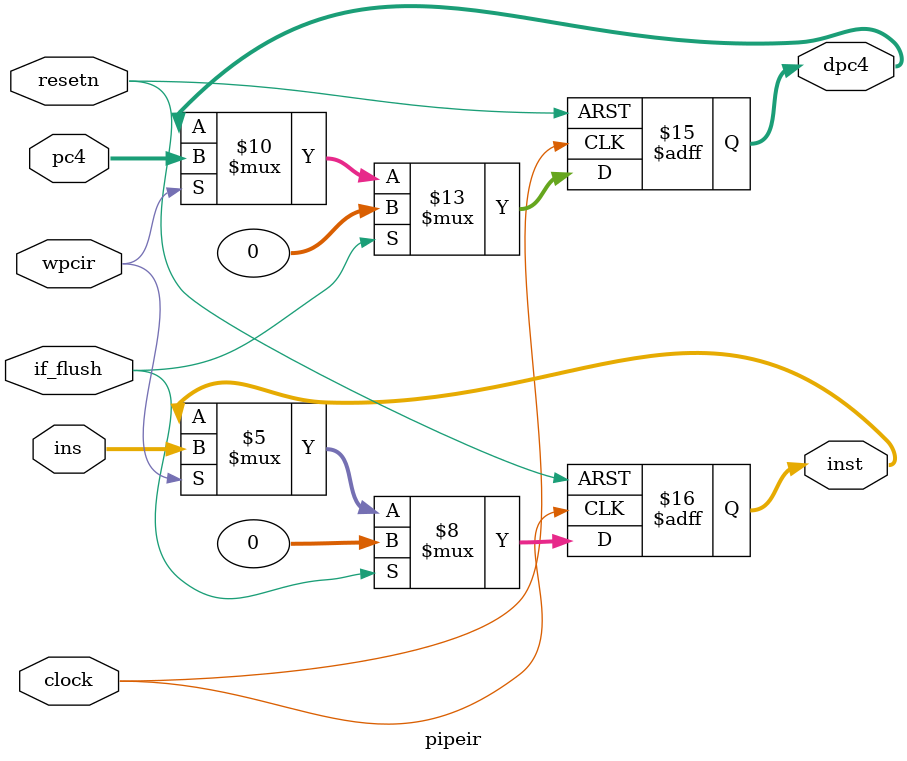
<source format=v>
module pipeir (pc4,ins,wpcir,clock,resetn,dpc4,inst,if_flush); 
    
   input  [31:0] pc4,ins;
   input         wpcir,clock,resetn,if_flush;
   
   output [31:0] dpc4,inst;
   
   reg    [31:0] dpc4,inst;
	
   always @ (negedge resetn or posedge clock)
      if (resetn == 0)
         begin
            dpc4 <= 0;
            inst <= 0;          
         end 
      else if (if_flush == 1)
         begin
            dpc4 <= 0;
            inst <= 0;          
         end 
      else if (wpcir == 1) 
         begin 
            dpc4 <= pc4;
            inst <= ins;
         end
      

endmodule 
</source>
